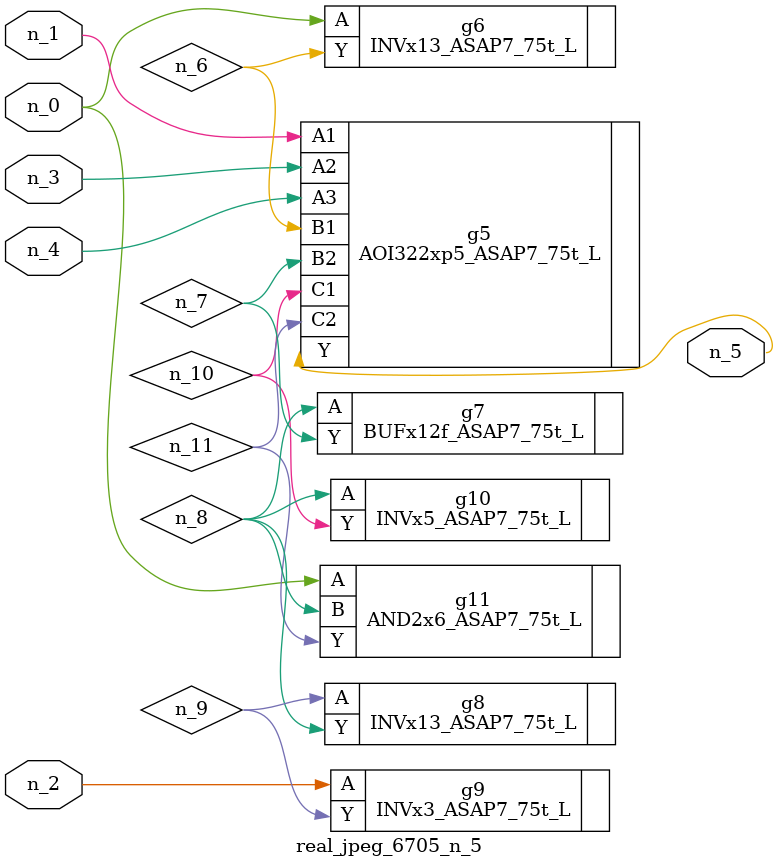
<source format=v>
module real_jpeg_6705_n_5 (n_4, n_0, n_1, n_2, n_3, n_5);

input n_4;
input n_0;
input n_1;
input n_2;
input n_3;

output n_5;

wire n_8;
wire n_11;
wire n_6;
wire n_7;
wire n_10;
wire n_9;

INVx13_ASAP7_75t_L g6 ( 
.A(n_0),
.Y(n_6)
);

AND2x6_ASAP7_75t_L g11 ( 
.A(n_0),
.B(n_8),
.Y(n_11)
);

AOI322xp5_ASAP7_75t_L g5 ( 
.A1(n_1),
.A2(n_3),
.A3(n_4),
.B1(n_6),
.B2(n_7),
.C1(n_10),
.C2(n_11),
.Y(n_5)
);

INVx3_ASAP7_75t_L g9 ( 
.A(n_2),
.Y(n_9)
);

BUFx12f_ASAP7_75t_L g7 ( 
.A(n_8),
.Y(n_7)
);

INVx5_ASAP7_75t_L g10 ( 
.A(n_8),
.Y(n_10)
);

INVx13_ASAP7_75t_L g8 ( 
.A(n_9),
.Y(n_8)
);


endmodule
</source>
